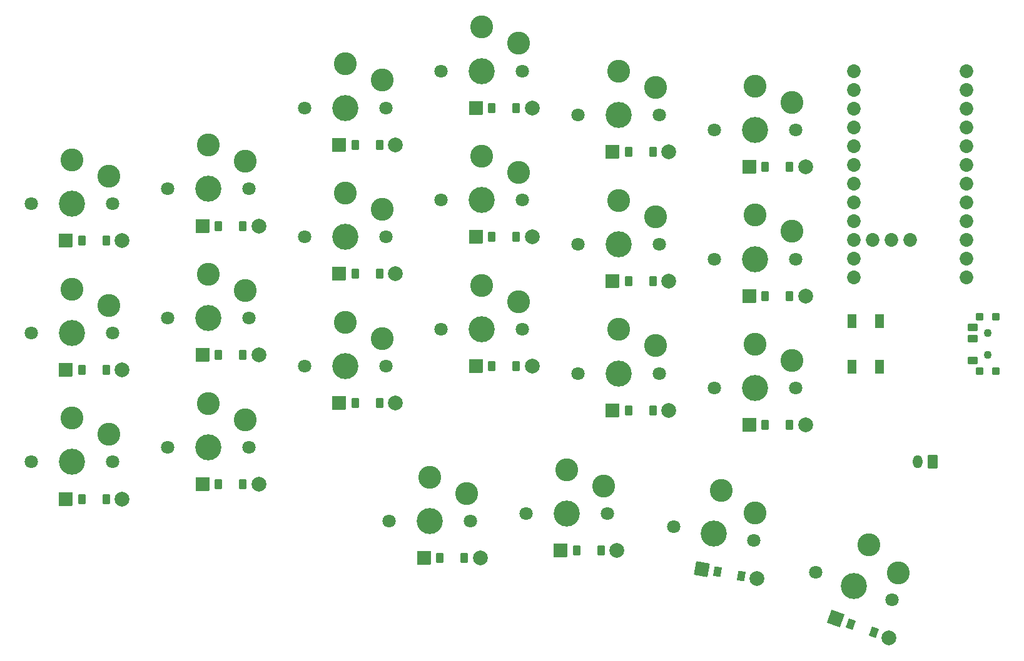
<source format=gbr>
%TF.GenerationSoftware,KiCad,Pcbnew,8.0.4*%
%TF.CreationDate,2024-08-22T13:25:46+01:00*%
%TF.ProjectId,left (v2 backup),6c656674-2028-4763-9220-6261636b7570,v1.0.0*%
%TF.SameCoordinates,Original*%
%TF.FileFunction,Soldermask,Top*%
%TF.FilePolarity,Negative*%
%FSLAX46Y46*%
G04 Gerber Fmt 4.6, Leading zero omitted, Abs format (unit mm)*
G04 Created by KiCad (PCBNEW 8.0.4) date 2024-08-22 13:25:46*
%MOMM*%
%LPD*%
G01*
G04 APERTURE LIST*
G04 Aperture macros list*
%AMRoundRect*
0 Rectangle with rounded corners*
0 $1 Rounding radius*
0 $2 $3 $4 $5 $6 $7 $8 $9 X,Y pos of 4 corners*
0 Add a 4 corners polygon primitive as box body*
4,1,4,$2,$3,$4,$5,$6,$7,$8,$9,$2,$3,0*
0 Add four circle primitives for the rounded corners*
1,1,$1+$1,$2,$3*
1,1,$1+$1,$4,$5*
1,1,$1+$1,$6,$7*
1,1,$1+$1,$8,$9*
0 Add four rect primitives between the rounded corners*
20,1,$1+$1,$2,$3,$4,$5,0*
20,1,$1+$1,$4,$5,$6,$7,0*
20,1,$1+$1,$6,$7,$8,$9,0*
20,1,$1+$1,$8,$9,$2,$3,0*%
G04 Aperture macros list end*
%ADD10RoundRect,0.050000X-0.450000X0.450000X-0.450000X-0.450000X0.450000X-0.450000X0.450000X0.450000X0*%
%ADD11C,1.100000*%
%ADD12RoundRect,0.050000X-0.625000X0.450000X-0.625000X-0.450000X0.625000X-0.450000X0.625000X0.450000X0*%
%ADD13RoundRect,0.050000X-0.550000X0.900000X-0.550000X-0.900000X0.550000X-0.900000X0.550000X0.900000X0*%
%ADD14RoundRect,0.050000X-0.889000X-0.889000X0.889000X-0.889000X0.889000X0.889000X-0.889000X0.889000X0*%
%ADD15RoundRect,0.050000X-0.450000X-0.600000X0.450000X-0.600000X0.450000X0.600000X-0.450000X0.600000X0*%
%ADD16C,2.005000*%
%ADD17C,1.801800*%
%ADD18C,3.100000*%
%ADD19C,3.529000*%
%ADD20RoundRect,0.050000X-1.029867X-0.721121X0.721121X-1.029867X1.029867X0.721121X-0.721121X1.029867X0*%
%ADD21RoundRect,0.050000X-0.547352X-0.512743X0.338975X-0.669026X0.547352X0.512743X-0.338975X0.669026X0*%
%ADD22RoundRect,0.050000X-1.139443X-0.531331X0.531331X-1.139443X1.139443X0.531331X-0.531331X1.139443X0*%
%ADD23RoundRect,0.050000X-0.628074X-0.409907X0.217650X-0.717725X0.628074X0.409907X-0.217650X0.717725X0*%
%ADD24RoundRect,0.050000X0.600000X0.850000X-0.600000X0.850000X-0.600000X-0.850000X0.600000X-0.850000X0*%
%ADD25O,1.300000X1.800000*%
%ADD26C,1.852600*%
G04 APERTURE END LIST*
D10*
%TO.C,T1*%
X222755760Y-62705703D03*
X220555760Y-62705703D03*
D11*
X221655760Y-64905703D03*
X221655760Y-67905703D03*
D10*
X222755760Y-70105703D03*
X220555760Y-70105703D03*
D12*
X219580760Y-68655703D03*
X219580760Y-65655703D03*
X219580759Y-64155703D03*
%TD*%
D13*
%TO.C,B1*%
X207005757Y-63305703D03*
X207005757Y-69505703D03*
X203305757Y-63305703D03*
X203305757Y-69505703D03*
%TD*%
D14*
%TO.C,D18*%
X189345761Y-42405706D03*
D15*
X191505761Y-42405704D03*
X194805761Y-42405708D03*
D16*
X196965761Y-42405706D03*
%TD*%
D14*
%TO.C,D12*%
X152345757Y-34405704D03*
D15*
X154505757Y-34405702D03*
X157805757Y-34405706D03*
D16*
X159965757Y-34405704D03*
%TD*%
D17*
%TO.C,S12*%
X147655758Y-29405703D03*
D18*
X153155758Y-23455701D03*
D19*
X153155758Y-29405703D03*
D18*
X158155758Y-25655703D03*
D17*
X158655758Y-29405703D03*
%TD*%
D14*
%TO.C,D17*%
X189345761Y-59905704D03*
D15*
X191505761Y-59905702D03*
X194805761Y-59905706D03*
D16*
X196965761Y-59905704D03*
%TD*%
D17*
%TO.C,S7*%
X129155760Y-69405706D03*
D18*
X134655760Y-63455704D03*
D19*
X134655760Y-69405706D03*
D18*
X139655760Y-65655706D03*
D17*
X140155760Y-69405706D03*
%TD*%
D14*
%TO.C,D6*%
X115345758Y-50405704D03*
D15*
X117505758Y-50405702D03*
X120805758Y-50405706D03*
D16*
X122965758Y-50405704D03*
%TD*%
D14*
%TO.C,D13*%
X170845758Y-75405704D03*
D15*
X173005758Y-75405702D03*
X176305758Y-75405706D03*
D16*
X178465758Y-75405704D03*
%TD*%
D14*
%TO.C,D8*%
X133845758Y-56905703D03*
D15*
X136005758Y-56905701D03*
X139305758Y-56905705D03*
D16*
X141465758Y-56905703D03*
%TD*%
D17*
%TO.C,S14*%
X166155756Y-52905706D03*
D18*
X171655756Y-46955704D03*
D19*
X171655756Y-52905706D03*
D18*
X176655756Y-49155706D03*
D17*
X177155756Y-52905706D03*
%TD*%
%TO.C,S1*%
X92155762Y-82405704D03*
D18*
X97655762Y-76455702D03*
D19*
X97655762Y-82405704D03*
D18*
X102655762Y-78655704D03*
D17*
X103155762Y-82405704D03*
%TD*%
%TO.C,S15*%
X166155763Y-35405707D03*
D18*
X171655763Y-29455705D03*
D19*
X171655763Y-35405707D03*
D18*
X176655763Y-31655707D03*
D17*
X177155763Y-35405707D03*
%TD*%
%TO.C,S16*%
X184655759Y-72405703D03*
D18*
X190155759Y-66455701D03*
D19*
X190155759Y-72405703D03*
D18*
X195155759Y-68655703D03*
D17*
X195655759Y-72405703D03*
%TD*%
%TO.C,S10*%
X147655757Y-64405704D03*
D18*
X153155757Y-58455702D03*
D19*
X153155757Y-64405704D03*
D18*
X158155757Y-60655704D03*
D17*
X158655757Y-64405704D03*
%TD*%
D14*
%TO.C,D2*%
X96845757Y-69905703D03*
D15*
X99005757Y-69905701D03*
X102305757Y-69905705D03*
D16*
X104465757Y-69905703D03*
%TD*%
D14*
%TO.C,D7*%
X133845761Y-74405705D03*
D15*
X136005761Y-74405703D03*
X139305761Y-74405707D03*
D16*
X141465761Y-74405705D03*
%TD*%
D14*
%TO.C,D11*%
X152345763Y-51905704D03*
D15*
X154505763Y-51905702D03*
X157805763Y-51905706D03*
D16*
X159965763Y-51905704D03*
%TD*%
D20*
%TO.C,D21*%
X182915930Y-96888650D03*
D21*
X185043116Y-97263732D03*
X188292982Y-97836768D03*
D16*
X190420168Y-98211850D03*
%TD*%
D22*
%TO.C,D22*%
X201091570Y-103630187D03*
D23*
X203121306Y-104368952D03*
X206222292Y-105497616D03*
D16*
X208252028Y-106236381D03*
%TD*%
D17*
%TO.C,S3*%
X92155760Y-47405705D03*
D18*
X97655760Y-41455703D03*
D19*
X97655760Y-47405705D03*
D18*
X102655760Y-43655705D03*
D17*
X103155760Y-47405705D03*
%TD*%
D14*
%TO.C,D10*%
X152345755Y-69405707D03*
D15*
X154505755Y-69405705D03*
X157805755Y-69405709D03*
D16*
X159965755Y-69405707D03*
%TD*%
D17*
%TO.C,S19*%
X140655762Y-90405704D03*
D18*
X146155762Y-84455702D03*
D19*
X146155762Y-90405704D03*
D18*
X151155762Y-86655704D03*
D17*
X151655762Y-90405704D03*
%TD*%
%TO.C,S13*%
X166155760Y-70405705D03*
D18*
X171655760Y-64455703D03*
D19*
X171655760Y-70405705D03*
D18*
X176655760Y-66655705D03*
D17*
X177155760Y-70405705D03*
%TD*%
D14*
%TO.C,D3*%
X96845760Y-52405703D03*
D15*
X99005760Y-52405701D03*
X102305760Y-52405705D03*
D16*
X104465760Y-52405703D03*
%TD*%
D14*
%TO.C,D19*%
X145345762Y-95405704D03*
D15*
X147505762Y-95405702D03*
X150805762Y-95405706D03*
D16*
X152965762Y-95405704D03*
%TD*%
D14*
%TO.C,D9*%
X133845763Y-39405704D03*
D15*
X136005763Y-39405702D03*
X139305763Y-39405706D03*
D16*
X141465763Y-39405704D03*
%TD*%
D17*
%TO.C,S8*%
X129155759Y-51905706D03*
D18*
X134655759Y-45955704D03*
D19*
X134655759Y-51905706D03*
D18*
X139655759Y-48155706D03*
D17*
X140155759Y-51905706D03*
%TD*%
%TO.C,S2*%
X92155758Y-64905704D03*
D18*
X97655758Y-58955702D03*
D19*
X97655758Y-64905704D03*
D18*
X102655758Y-61155704D03*
D17*
X103155758Y-64905704D03*
%TD*%
%TO.C,S20*%
X159155761Y-89405704D03*
D18*
X164655761Y-83455702D03*
D19*
X164655761Y-89405704D03*
D18*
X169655761Y-85655704D03*
D17*
X170155761Y-89405704D03*
%TD*%
D24*
%TO.C,JST1*%
X214155761Y-82405704D03*
D25*
X212155761Y-82405704D03*
%TD*%
D14*
%TO.C,D1*%
X96845760Y-87405704D03*
D15*
X99005760Y-87405702D03*
X102305760Y-87405706D03*
D16*
X104465760Y-87405704D03*
%TD*%
D17*
%TO.C,S6*%
X110655761Y-45405706D03*
D18*
X116155761Y-39455704D03*
D19*
X116155761Y-45405706D03*
D18*
X121155761Y-41655706D03*
D17*
X121655761Y-45405706D03*
%TD*%
D14*
%TO.C,D14*%
X170845763Y-57905702D03*
D15*
X173005763Y-57905700D03*
X176305763Y-57905704D03*
D16*
X178465763Y-57905702D03*
%TD*%
D17*
%TO.C,S22*%
X198394511Y-97327650D03*
D18*
X205597840Y-93617590D03*
D19*
X203562820Y-99208761D03*
D18*
X209543859Y-97395014D03*
D17*
X208731129Y-101089872D03*
%TD*%
%TO.C,S17*%
X184655761Y-54905704D03*
D18*
X190155761Y-48955702D03*
D19*
X190155761Y-54905704D03*
D18*
X195155761Y-51155704D03*
D17*
X195655761Y-54905704D03*
%TD*%
%TO.C,S9*%
X129155756Y-34405705D03*
D18*
X134655756Y-28455703D03*
D19*
X134655756Y-34405705D03*
D18*
X139655756Y-30655705D03*
D17*
X140155756Y-34405705D03*
%TD*%
D14*
%TO.C,D16*%
X189345762Y-77405706D03*
D15*
X191505762Y-77405704D03*
X194805762Y-77405708D03*
D16*
X196965762Y-77405706D03*
%TD*%
D14*
%TO.C,D15*%
X170845760Y-40405702D03*
D15*
X173005760Y-40405700D03*
X176305760Y-40405704D03*
D16*
X178465760Y-40405702D03*
%TD*%
D17*
%TO.C,S21*%
X179165421Y-91150205D03*
D18*
X185615071Y-86245664D03*
D19*
X184581864Y-92105270D03*
D18*
X190157087Y-89280483D03*
D17*
X189998307Y-93060335D03*
%TD*%
%TO.C,S11*%
X147655762Y-46905702D03*
D18*
X153155762Y-40955700D03*
D19*
X153155762Y-46905702D03*
D18*
X158155762Y-43155702D03*
D17*
X158655762Y-46905702D03*
%TD*%
%TO.C,S18*%
X184655759Y-37405705D03*
D18*
X190155759Y-31455703D03*
D19*
X190155759Y-37405705D03*
D18*
X195155759Y-33655705D03*
D17*
X195655759Y-37405705D03*
%TD*%
D26*
%TO.C,MCU1*%
X218775756Y-29435709D03*
X218775756Y-31975706D03*
X218775756Y-34515706D03*
X218775756Y-37055706D03*
X218775756Y-39595706D03*
X218775756Y-42135706D03*
X218775756Y-44675706D03*
X218775756Y-47215706D03*
X218775752Y-49755706D03*
X218775756Y-52295706D03*
X218775756Y-54835706D03*
X218775756Y-57375706D03*
X203535756Y-57375703D03*
X203535756Y-54835706D03*
X203535756Y-52295706D03*
X203535756Y-49755706D03*
X203535756Y-47215706D03*
X203535756Y-44675706D03*
X203535756Y-42135706D03*
X203535756Y-39595706D03*
X203535760Y-37055706D03*
X203535756Y-34515706D03*
X203535756Y-31975706D03*
X203535756Y-29435706D03*
X206075758Y-52295705D03*
X208615756Y-52295706D03*
X211155756Y-52295706D03*
%TD*%
D14*
%TO.C,D4*%
X115345754Y-85405705D03*
D15*
X117505754Y-85405703D03*
X120805754Y-85405707D03*
D16*
X122965754Y-85405705D03*
%TD*%
D14*
%TO.C,D20*%
X163845760Y-94405706D03*
D15*
X166005760Y-94405704D03*
X169305760Y-94405708D03*
D16*
X171465760Y-94405706D03*
%TD*%
D17*
%TO.C,S4*%
X110655761Y-80405707D03*
D18*
X116155761Y-74455705D03*
D19*
X116155761Y-80405707D03*
D18*
X121155761Y-76655707D03*
D17*
X121655761Y-80405707D03*
%TD*%
D14*
%TO.C,D5*%
X115345764Y-67905707D03*
D15*
X117505764Y-67905705D03*
X120805764Y-67905709D03*
D16*
X122965764Y-67905707D03*
%TD*%
D17*
%TO.C,S5*%
X110655760Y-62905705D03*
D18*
X116155760Y-56955703D03*
D19*
X116155760Y-62905705D03*
D18*
X121155760Y-59155705D03*
D17*
X121655760Y-62905705D03*
%TD*%
M02*

</source>
